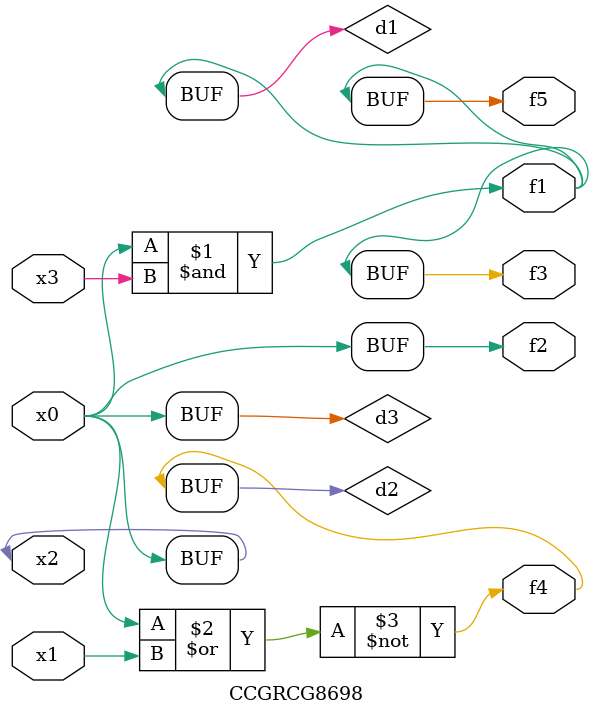
<source format=v>
module CCGRCG8698(
	input x0, x1, x2, x3,
	output f1, f2, f3, f4, f5
);

	wire d1, d2, d3;

	and (d1, x2, x3);
	nor (d2, x0, x1);
	buf (d3, x0, x2);
	assign f1 = d1;
	assign f2 = d3;
	assign f3 = d1;
	assign f4 = d2;
	assign f5 = d1;
endmodule

</source>
